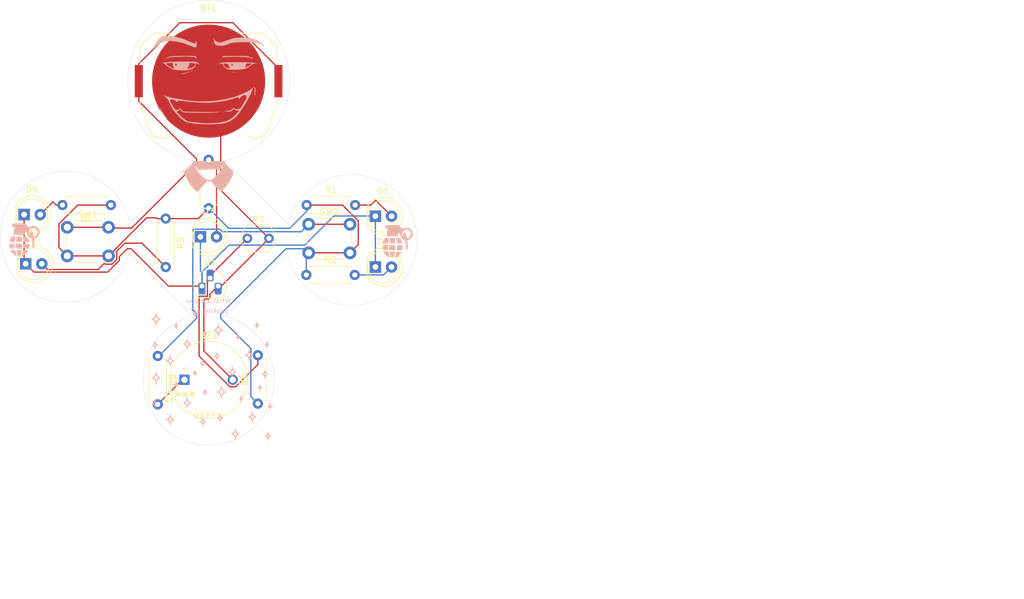
<source format=kicad_pcb>
(kicad_pcb (version 20241229) (generator "pcbnew") (generator_version "9.0")
  (layers (0 "F.Cu" signal) (2 "B.Cu" signal) (13 "F.Paste" user) (15 "B.Paste" user) (5 "F.SilkS" user "F.Silkscreen") (7 "B.SilkS" user "B.Silkscreen") (1 "F.Mask" user) (3 "B.Mask" user) (25 "Edge.Cuts" user))
  (net 0 "")
  (net 1 "Net-(BT1-+)")
  (net 2 "Net-(BT1--)")
  (net 3 "Net-(BZ1-+)")
  (net 4 "Net-(D1-A)")
  (net 5 "Net-(D1-K)")
  (net 6 "Net-(D2-A)")
  (net 7 "Net-(D3-A)")
  (net 8 "Net-(D4-A)")
  (net 9 "Net-(D5-A)")
  (net 10 "Net-(Q1-B)")
  (net 11 "Net-(R1-Pad1)")
  (net 12 "Net-(R8-Pad1)")
  (footprint "Package_TO_SOT_THT:TO-92L_HandSolder" (layer "F.Cu") (at 151.46 119.75)
    (property "Reference" "Q1" (at 1.27 -3.8 0) (layer "F.SilkS"))
    (property "Value" "NPN")
    (pad "1" thru_hole rect (at 0 0) (size 1.1 1.8) (drill 0.75 (offset 0 0.4)) (layers "*.Cu" "*.Mask") (net 5 "Net-(D1-K)"))
    (pad "2" thru_hole roundrect (at 1.27 -1.27) (size 1.1 1.8) (drill 0.75 (offset 0 -0.4)) (layers "*.Cu" "*.Mask") (net 10 "Net-(Q1-B)"))
    (pad "3" thru_hole roundrect (at 2.54 0) (size 1.1 1.8) (drill 0.75 (offset 0 0.4)) (layers "*.Cu" "*.Mask") (net 2 "Net-(BT1--)"))
  )
  (footprint "LED_THT:LED_D5.0mm" (layer "F.Cu") (at 151.21 112)
    (property "Reference" "D3" (at 1.27 -3.96 0) (layer "F.SilkS"))
    (property "Value" "LED")
    (pad "1" thru_hole rect (at 0 0) (size 1.8 1.8) (drill 0.9) (layers "*.Cu" "*.Mask") (net 5 "Net-(D1-K)"))
    (pad "2" thru_hole circle (at 2.54 0) (size 1.8 1.8) (drill 0.9) (layers "*.Cu" "*.Mask") (net 7 "Net-(D3-A)"))
  )
  (footprint "Resistor_THT:R_Axial_DIN0207_L6.3mm_D2.5mm_P7.62mm_Horizontal" (layer "F.Cu") (at 167.88 118)
    (property "Reference" "R2" (at 3.81 -2.37 0) (layer "F.SilkS"))
    (property "Value" "R")
    (pad "1" thru_hole circle (at 0 0) (size 1.6 1.6) (drill 0.8) (layers "*.Cu" "*.Mask") (net 11 "Net-(R1-Pad1)"))
    (pad "2" thru_hole circle (at 7.62 0) (size 1.6 1.6) (drill 0.8) (layers "*.Cu" "*.Mask") (net 6 "Net-(D2-A)"))
  )
  (footprint "Resistor_THT:R_Axial_DIN0207_L6.3mm_D2.5mm_P7.62mm_Horizontal" (layer "F.Cu") (at 160.25 138.25 90)
    (property "Reference" "R6" (at 3.81 -2.37 90) (layer "F.SilkS"))
    (property "Value" "R")
    (pad "1" thru_hole circle (at 0 0 90) (size 1.6 1.6) (drill 0.8) (layers "*.Cu" "*.Mask") (net 11 "Net-(R1-Pad1)"))
    (pad "2" thru_hole circle (at 7.62 0 90) (size 1.6 1.6) (drill 0.8) (layers "*.Cu" "*.Mask") (net 10 "Net-(Q1-B)"))
  )
  (footprint "MountingHole:MountingHole_2.1mm" (layer "F.Cu") (at 152.25 143.25)
    (property "Reference" "REF**" (at 0 -3.05 0) (layer "F.SilkS"))
    (property "Value" "MountingHole_2.1mm")
    (pad "" np_thru_hole circle (at 0 0) (size 2.1 2.1) (drill 2.1) (layers "*.Cu" "*.Mask"))
  )
  (footprint "LED_THT:LED_D5.0mm" (layer "F.Cu") (at 178.75 116.75)
    (property "Reference" "D2" (at 1.27 -3.96 0) (layer "F.SilkS"))
    (property "Value" "LED")
    (pad "1" thru_hole rect (at 0 0) (size 1.8 1.8) (drill 0.9) (layers "*.Cu" "*.Mask") (net 5 "Net-(D1-K)"))
    (pad "2" thru_hole circle (at 2.54 0) (size 1.8 1.8) (drill 0.9) (layers "*.Cu" "*.Mask") (net 6 "Net-(D2-A)"))
  )
  (footprint "Resistor_THT:R_Axial_DIN0207_L6.3mm_D2.5mm_P7.62mm_Horizontal" (layer "F.Cu") (at 152.5 107.5 90)
    (property "Reference" "R3" (at 3.81 -2.37 90) (layer "F.SilkS"))
    (property "Value" "R")
    (pad "1" thru_hole circle (at 0 0 90) (size 1.6 1.6) (drill 0.8) (layers "*.Cu" "*.Mask") (net 11 "Net-(R1-Pad1)"))
    (pad "2" thru_hole circle (at 7.62 0 90) (size 1.6 1.6) (drill 0.8) (layers "*.Cu" "*.Mask") (net 7 "Net-(D3-A)"))
  )
  (footprint "Resistor_THT:R_Axial_DIN0207_L6.3mm_D2.5mm_P7.62mm_Horizontal" (layer "F.Cu") (at 145.75 109.13 -90)
    (property "Reference" "R5" (at 3.81 -2.37 90) (layer "F.SilkS"))
    (property "Value" "R")
    (pad "1" thru_hole circle (at 0 0 270) (size 1.6 1.6) (drill 0.8) (layers "*.Cu" "*.Mask") (net 11 "Net-(R1-Pad1)"))
    (pad "2" thru_hole circle (at 7.62 0 270) (size 1.6 1.6) (drill 0.8) (layers "*.Cu" "*.Mask") (net 9 "Net-(D5-A)"))
  )
  (footprint "Resistor_THT:R_Axial_DIN0207_L6.3mm_D2.5mm_P7.62mm_Horizontal" (layer "F.Cu") (at 144.5 130.75 -90)
    (property "Reference" "R8" (at 3.81 -2.37 90) (layer "F.SilkS"))
    (property "Value" "R")
    (pad "1" thru_hole circle (at 0 0 270) (size 1.6 1.6) (drill 0.8) (layers "*.Cu" "*.Mask") (net 12 "Net-(R8-Pad1)"))
    (pad "2" thru_hole circle (at 7.62 0 270) (size 1.6 1.6) (drill 0.8) (layers "*.Cu" "*.Mask") (net 3 "Net-(BZ1-+)"))
  )
  (footprint "Battery:BatteryHolder_Keystone_3034_1x20mm" (layer "F.Cu") (at 152.5 87.5)
    (property "Reference" "BT1" (at 0 -11.5 0) (layer "F.SilkS"))
    (property "Value" "Battery_Cell")
    (pad "1" smd rect (at -10.985 0) (size 1.27 5.08) (layers "F.Cu" "F.Mask" "F.Paste") (net 1 "Net-(BT1-+)"))
    (pad "1" smd rect (at 10.985 0) (size 1.27 5.08) (layers "F.Cu" "F.Mask" "F.Paste") (net 1 "Net-(BT1-+)"))
    (pad "2" smd circle (at 0 0) (size 17.8 17.8) (layers "F.Cu" "F.Mask") (net 2 "Net-(BT1--)"))
  )
  (footprint "LED_THT:LED_D5.0mm" (layer "F.Cu") (at 178.75 108.75)
    (property "Reference" "D1" (at 1.27 -3.96 0) (layer "F.SilkS"))
    (property "Value" "LED")
    (pad "1" thru_hole rect (at 0 0) (size 1.8 1.8) (drill 0.9) (layers "*.Cu" "*.Mask") (net 5 "Net-(D1-K)"))
    (pad "2" thru_hole circle (at 2.54 0) (size 1.8 1.8) (drill 0.9) (layers "*.Cu" "*.Mask") (net 4 "Net-(D1-A)"))
  )
  (footprint "OptoDevice:R_LDR_5.1x4.3mm_P3.4mm_Vertical" (layer "F.Cu") (at 158.6 112.25)
    (property "Reference" "R7" (at 1.7 -2.9 0) (layer "F.SilkS"))
    (property "Value" "LDR03")
    (pad "1" thru_hole circle (at 0 0) (size 1.5 1.5) (drill 0.8) (layers "*.Cu" "*.Mask") (net 10 "Net-(Q1-B)"))
    (pad "2" thru_hole circle (at 3.4 0) (size 1.5 1.5) (drill 0.8) (layers "*.Cu" "*.Mask") (net 2 "Net-(BT1--)"))
  )
  (footprint "LED_THT:LED_D5.0mm" (layer "F.Cu") (at 123.71 116.25)
    (property "Reference" "D5" (at 1.27 -3.96 0) (layer "F.SilkS"))
    (property "Value" "LED")
    (pad "1" thru_hole rect (at 0 0) (size 1.8 1.8) (drill 0.9) (layers "*.Cu" "*.Mask") (net 5 "Net-(D1-K)"))
    (pad "2" thru_hole circle (at 2.54 0) (size 1.8 1.8) (drill 0.9) (layers "*.Cu" "*.Mask") (net 9 "Net-(D5-A)"))
  )
  (footprint "LED_THT:LED_D5.0mm" (layer "F.Cu") (at 123.46 108.5)
    (property "Reference" "D4" (at 1.27 -3.96 0) (layer "F.SilkS"))
    (property "Value" "LED")
    (pad "1" thru_hole rect (at 0 0) (size 1.8 1.8) (drill 0.9) (layers "*.Cu" "*.Mask") (net 5 "Net-(D1-K)"))
    (pad "2" thru_hole circle (at 2.54 0) (size 1.8 1.8) (drill 0.9) (layers "*.Cu" "*.Mask") (net 8 "Net-(D4-A)"))
  )
  (footprint "Buzzer_Beeper:MagneticBuzzer_ProSignal_ABI-009-RC" (layer "F.Cu") (at 148.7 134.5)
    (property "Reference" "BZ1" (at 3.8 -7 0) (layer "F.SilkS"))
    (property "Value" "Buzzer")
    (fp_text user "+" (at 0 -1.8 0) (layer "F.SilkS"))
    (pad "1" thru_hole rect (at 0 0) (size 1.6 1.6) (drill 1) (layers "*.Cu" "*.Mask") (net 3 "Net-(BZ1-+)"))
    (pad "2" thru_hole circle (at 7.6 0) (size 1.6 1.6) (drill 1) (layers "*.Cu" "*.Mask") (net 2 "Net-(BT1--)"))
  )
  (footprint "Resistor_THT:R_Axial_DIN0207_L6.3mm_D2.5mm_P7.62mm_Horizontal" (layer "F.Cu") (at 137.12 107 180)
    (property "Reference" "R4" (at 3.81 -2.37 0) (layer "F.SilkS"))
    (property "Value" "R")
    (pad "1" thru_hole circle (at 0 0 180) (size 1.6 1.6) (drill 0.8) (layers "*.Cu" "*.Mask") (net 11 "Net-(R1-Pad1)"))
    (pad "2" thru_hole circle (at 7.62 0 180) (size 1.6 1.6) (drill 0.8) (layers "*.Cu" "*.Mask") (net 8 "Net-(D4-A)"))
  )
  (footprint "Button_Switch_THT:SW_PUSH_6mm" (layer "F.Cu") (at 168.25 110.021519)
    (property "Reference" "SW2" (at 3.25 -2 0) (layer "F.SilkS"))
    (property "Value" "SW_Push")
    (pad "1" thru_hole circle (at 0 0 90) (size 2 2) (drill 1.1) (layers "*.Cu" "*.Mask") (net 12 "Net-(R8-Pad1)"))
    (pad "1" thru_hole circle (at 6.5 0 90) (size 2 2) (drill 1.1) (layers "*.Cu" "*.Mask") (net 12 "Net-(R8-Pad1)"))
    (pad "2" thru_hole circle (at 0 4.5 90) (size 2 2) (drill 1.1) (layers "*.Cu" "*.Mask") (net 11 "Net-(R1-Pad1)"))
    (pad "2" thru_hole circle (at 6.5 4.5 90) (size 2 2) (drill 1.1) (layers "*.Cu" "*.Mask") (net 11 "Net-(R1-Pad1)"))
  )
  (footprint "Button_Switch_THT:SW_PUSH_6mm" (layer "F.Cu") (at 130.25 110.5)
    (property "Reference" "SW1" (at 3.25 -2 0) (layer "F.SilkS"))
    (property "Value" "SW_Push")
    (pad "1" thru_hole circle (at 0 0 90) (size 2 2) (drill 1.1) (layers "*.Cu" "*.Mask") (net 1 "Net-(BT1-+)"))
    (pad "1" thru_hole circle (at 6.5 0 90) (size 2 2) (drill 1.1) (layers "*.Cu" "*.Mask") (net 1 "Net-(BT1-+)"))
    (pad "2" thru_hole circle (at 0 4.5 90) (size 2 2) (drill 1.1) (layers "*.Cu" "*.Mask") (net 11 "Net-(R1-Pad1)"))
    (pad "2" thru_hole circle (at 6.5 4.5 90) (size 2 2) (drill 1.1) (layers "*.Cu" "*.Mask") (net 11 "Net-(R1-Pad1)"))
  )
  (footprint "Resistor_THT:R_Axial_DIN0207_L6.3mm_D2.5mm_P7.62mm_Horizontal" (layer "F.Cu") (at 167.94 107)
    (property "Reference" "R1" (at 3.81 -2.37 0) (layer "F.SilkS"))
    (property "Value" "R")
    (pad "1" thru_hole circle (at 0 0) (size 1.6 1.6) (drill 0.8) (layers "*.Cu" "*.Mask") (net 11 "Net-(R1-Pad1)"))
    (pad "2" thru_hole circle (at 7.62 0) (size 1.6 1.6) (drill 0.8) (layers "*.Cu" "*.Mask") (net 4 "Net-(D1-A)"))
  )
  (footprint "LOGO" (layer "B.Cu") (at 152.5 86.5 180)
    (property "Reference" "G***" (hide yes))
    (property "Value" "LOGO" (hide yes))
  )
  (footprint "LOGO" (layer "B.Cu") (at 148 128 180)
    (property "Reference" "G***" (hide yes))
    (property "Value" "LOGO" (hide yes))
  )
  (footprint "LOGO" (layer "B.Cu") (at 148 137.25 180)
    (property "Reference" "G***" (at 0 0 -0) (layer "F.SilkS") (effects (font (size 1.5 1.5) (thickness 0.3))))
    (property "Value" "LOGO" (hide yes))
  )
  (footprint "LOGO" (layer "B.Cu") (at 152.5 122 180)
    (property "Reference" "G***" (hide yes))
    (property "Value" "LOGO" (hide yes))
  )
  (footprint "LOGO" (layer "B.Cu") (at 182.25 112.75 180)
    (property "Reference" "G***" (hide yes))
    (property "Value" "LOGO" (hide yes))
  )
  (footprint "LOGO" (layer "B.Cu") (at 152.5 102.5 180)
    (property "Reference" "G***" (hide yes))
    (property "Value" "LOGO" (hide yes))
  )
  (footprint "LOGO" (layer "B.Cu") (at 123.5 112.5 180)
    (property "Reference" "G***" (hide yes))
    (property "Value" "LOGO" (hide yes))
  )
  (footprint "LOGO" (layer "B.Cu") (at 158.25 139.5 180)
    (property "Reference" "G***" (hide yes))
    (property "Value" "LOGO" (hide yes))
  )
  (footprint "LOGO" (layer "B.Cu") (at 157.75 129.75 180)
    (property "Reference" "G***" (hide yes))
    (property "Value" "LOGO" (hide yes))
  )
  (gr_line (start 150 99.999999) (end 140.107594 109.978481) (stroke (width 0.05)) (layer "Edge.Cuts"))
  (gr_arc (start 150 100) (mid 152.5 74.752451) (end 155 100) (stroke (width 0.05)) (layer "Edge.Cuts"))
  (gr_line (start 164.892406 114.521519) (end 155 124.5) (stroke (width 0.05)) (layer "Edge.Cuts"))
  (gr_line (start 165.000001 110) (end 155 99.999999) (stroke (width 0.05)) (layer "Edge.Cuts"))
  (gr_line (start 140 114.5) (end 150.000001 124.5) (stroke (width 0.05)) (layer "Edge.Cuts"))
  (gr_arc (start 155 124.5) (mid 152.5 144.807764) (end 150 124.5) (stroke (width 0.05)) (layer "Edge.Cuts"))
  (gr_arc (start 140 114.5) (mid 119.695153 111.754786) (end 140.107594 109.978481) (stroke (width 0.05)) (layer "Edge.Cuts"))
  (gr_arc (start 165 110) (mid 185.304847 112.745214) (end 164.892406 114.521519) (stroke (width 0.05)) (layer "Edge.Cuts"))
  (segment (start 150.602072 99.750612) (end 150.602072 100.396618) (width 0.2) (layer "F.Cu") (net 1))
  (segment (start 141.515 84.76) (end 147.976 78.299) (width 0.2) (layer "F.Cu") (net 1))
  (segment (start 141.515 90.66354) (end 150.602072 99.750612) (width 0.2) (layer "F.Cu") (net 1))
  (segment (start 130.25 110.5) (end 136.75 110.5) (width 0.2) (layer "F.Cu") (net 1))
  (segment (start 140.374893 110.623797) (end 136.873797 110.623797) (width 0.2) (layer "F.Cu") (net 1))
  (segment (start 141.515 87.5) (end 141.515 84.76) (width 0.2) (layer "F.Cu") (net 1))
  (segment (start 163.485 85.472821) (end 163.485 87.5) (width 0.2) (layer "F.Cu") (net 1))
  (segment (start 141.515 87.5) (end 141.515 90.66354) (width 0.2) (layer "F.Cu") (net 1))
  (segment (start 147.976 78.299) (end 156.311179 78.299) (width 0.2) (layer "F.Cu") (net 1))
  (segment (start 156.311179 78.299) (end 163.485 85.472821) (width 0.2) (layer "F.Cu") (net 1))
  (segment (start 136.873797 110.623797) (end 136.75 110.5) (width 0.2) (layer "F.Cu") (net 1))
  (segment (start 150.602072 100.396618) (end 140.374893 110.623797) (width 0.2) (layer "F.Cu") (net 1))
  (segment (start 151.75 122) (end 151.75 129.95) (width 0.2) (layer "F.Cu") (net 2))
  (segment (start 162 112.25) (end 154.5 119.75) (width 0.2) (layer "F.Cu") (net 2))
  (segment (start 154.5 119.75) (end 154 119.75) (width 0.2) (layer "F.Cu") (net 2))
  (segment (start 152.712 121.5171) (end 152.4771 121.752) (width 0.2) (layer "F.Cu") (net 2))
  (segment (start 151.998 121.752) (end 151.75 122) (width 0.2) (layer "F.Cu") (net 2))
  (segment (start 154.399 89.399) (end 154.399 104.649) (width 0.2) (layer "F.Cu") (net 2))
  (segment (start 152.5 87.5) (end 154.399 89.399) (width 0.2) (layer "F.Cu") (net 2))
  (segment (start 154 119.75) (end 152.712 121.038) (width 0.2) (layer "F.Cu") (net 2))
  (segment (start 152.712 121.038) (end 152.712 121.5171) (width 0.2) (layer "F.Cu") (net 2))
  (segment (start 152.4771 121.752) (end 151.998 121.752) (width 0.2) (layer "F.Cu") (net 2))
  (segment (start 151.75 129.95) (end 156.3 134.5) (width 0.2) (layer "F.Cu") (net 2))
  (segment (start 154.399 104.649) (end 162 112.25) (width 0.2) (layer "F.Cu") (net 2))
  (segment (start 148.7 134.5) (end 148.37 134.5) (width 0.2) (layer "F.Cu") (net 3))
  (segment (start 148.37 134.5) (end 144.5 138.37) (width 0.2) (layer "F.Cu") (net 3))
  (segment (start 178.79 106.25) (end 178.04 107) (width 0.2) (layer "F.Cu") (net 4))
  (segment (start 178.04 107) (end 175.56 107) (width 0.2) (layer "F.Cu") (net 4))
  (segment (start 181.29 108.75) (end 178.79 106.25) (width 0.2) (layer "F.Cu") (net 4))
  (segment (start 146.169488 119.75) (end 140.287419 113.867931) (width 0.2) (layer "F.Cu") (net 5))
  (segment (start 139.712581 113.867931) (end 138.452 115.128512) (width 0.2) (layer "F.Cu") (net 5))
  (segment (start 138.452 115.704992) (end 136.605992 117.551) (width 0.2) (layer "F.Cu") (net 5))
  (segment (start 151.46 119.75) (end 146.169488 119.75) (width 0.2) (layer "F.Cu") (net 5))
  (segment (start 136.605992 117.551) (end 125.011 117.551) (width 0.2) (layer "F.Cu") (net 5))
  (segment (start 125.011 117.551) (end 123.71 116.25) (width 0.2) (layer "F.Cu") (net 5))
  (segment (start 123.46 108.5) (end 123.46 116) (width 0.2) (layer "F.Cu") (net 5))
  (segment (start 123.46 116) (end 123.71 116.25) (width 0.2) (layer "F.Cu") (net 5))
  (segment (start 140.287419 113.867931) (end 139.712581 113.867931) (width 0.2) (layer "F.Cu") (net 5))
  (segment (start 138.452 115.128512) (end 138.452 115.704992) (width 0.2) (layer "F.Cu") (net 5))
  (segment (start 151.46 117.627794) (end 151.21 117.377794) (width 0.2) (layer "B.Cu") (net 5))
  (segment (start 178.720519 108.720519) (end 178.75 108.75) (width 0.2) (layer "B.Cu") (net 5))
  (segment (start 151.46 119.75) (end 151.46 117.54) (width 0.2) (layer "B.Cu") (net 5))
  (segment (start 167.630627 113.301) (end 172.211108 108.720519) (width 0.2) (layer "B.Cu") (net 5))
  (segment (start 151.46 117.54) (end 155.699 113.301) (width 0.2) (layer "B.Cu") (net 5))
  (segment (start 155.699 113.301) (end 167.630627 113.301) (width 0.2) (layer "B.Cu") (net 5))
  (segment (start 151.21 117.377794) (end 151.21 112) (width 0.2) (layer "B.Cu") (net 5))
  (segment (start 172.211108 108.720519) (end 178.720519 108.720519) (width 0.2) (layer "B.Cu") (net 5))
  (segment (start 151.46 119.75) (end 151.46 117.627794) (width 0.2) (layer "B.Cu") (net 5))
  (segment (start 178.75 116.75) (end 178.75 108.75) (width 0.2) (layer "B.Cu") (net 5))
  (segment (start 181.29 116.75) (end 180.04 118) (width 0.2) (layer "B.Cu") (net 6))
  (segment (start 180.04 118) (end 175.5 118) (width 0.2) (layer "B.Cu") (net 6))
  (segment (start 153.75 101.13) (end 153.75 112) (width 0.2) (layer "F.Cu") (net 7))
  (segment (start 152.5 99.88) (end 153.75 101.13) (width 0.2) (layer "F.Cu") (net 7))
  (segment (start 128.5 107) (end 129.5 107) (width 0.2) (layer "F.Cu") (net 8))
  (segment (start 128 106.5) (end 128.5 107) (width 0.2) (layer "F.Cu") (net 8))
  (segment (start 128 106.5) (end 126 108.5) (width 0.2) (layer "F.Cu") (net 8))
  (segment (start 127.15 117.15) (end 135.1 117.15) (width 0.2) (layer "F.Cu") (net 9))
  (segment (start 138.051 115.538892) (end 138.051 114.461108) (width 0.2) (layer "F.Cu") (net 9))
  (segment (start 137.288892 116.301) (end 138.051 115.538892) (width 0.2) (layer "F.Cu") (net 9))
  (segment (start 135.1 117.15) (end 136.080054 116.169946) (width 0.2) (layer "F.Cu") (net 9))
  (segment (start 139.3171 113) (end 142 113) (width 0.2) (layer "F.Cu") (net 9))
  (segment (start 142 113) (end 145.75 116.75) (width 0.2) (layer "F.Cu") (net 9))
  (segment (start 137.953496 114.363604) (end 139.3171 113) (width 0.2) (layer "F.Cu") (net 9))
  (segment (start 136.080054 116.169946) (end 136.211108 116.301) (width 0.2) (layer "F.Cu") (net 9))
  (segment (start 136.211108 116.301) (end 137.288892 116.301) (width 0.2) (layer "F.Cu") (net 9))
  (segment (start 138.051 114.461108) (end 137.953496 114.363604) (width 0.2) (layer "F.Cu") (net 9))
  (segment (start 126.25 116.25) (end 127.15 117.15) (width 0.2) (layer "F.Cu") (net 9))
  (segment (start 155.84395 135.601) (end 156.75605 135.601) (width 0.2) (layer "F.Cu") (net 10))
  (segment (start 151 121.351) (end 151 130.75705) (width 0.2) (layer "F.Cu") (net 10))
  (segment (start 152.73 118.12) (end 152.73 118.48) (width 0.2) (layer "F.Cu") (net 10))
  (segment (start 152.311 121.351) (end 151 121.351) (width 0.2) (layer "F.Cu") (net 10))
  (segment (start 152.73 118.48) (end 152.261 118.949) (width 0.2) (layer "F.Cu") (net 10))
  (segment (start 160.25 132.10705) (end 160.25 130.63) (width 0.2) (layer "F.Cu") (net 10))
  (segment (start 158.6 112.25) (end 152.73 118.12) (width 0.2) (layer "F.Cu") (net 10))
  (segment (start 156.75605 135.601) (end 160.25 132.10705) (width 0.2) (layer "F.Cu") (net 10))
  (segment (start 151 130.75705) (end 155.84395 135.601) (width 0.2) (layer "F.Cu") (net 10))
  (segment (start 152.311 118.949) (end 152.311 121.351) (width 0.2) (layer "F.Cu") (net 10))
  (segment (start 152.261 118.949) (end 152.311 118.949) (width 0.2) (layer "F.Cu") (net 10))
  (segment (start 144.38 109.13) (end 145.75 109.13) (width 0.2) (layer "F.Cu") (net 11))
  (segment (start 128.949 109.961108) (end 131.910108 107) (width 0.2) (layer "F.Cu") (net 11))
  (segment (start 176.051 113.220519) (end 176.051 109.482627) (width 0.2) (layer "F.Cu") (net 11))
  (segment (start 144.25 109) (end 144.38 109.13) (width 0.2) (layer "F.Cu") (net 11))
  (segment (start 174.75 114.521519) (end 176.051 113.220519) (width 0.2) (layer "F.Cu") (net 11))
  (segment (start 128.949 113.699) (end 128.949 109.961108) (width 0.2) (layer "F.Cu") (net 11))
  (segment (start 168.13 114.641519) (end 168.25 114.521519) (width 0.2) (layer "F.Cu") (net 11))
  (segment (start 136.75 115) (end 130.25 115) (width 0.2) (layer "F.Cu") (net 11))
  (segment (start 150.87 109.13) (end 152.5 107.5) (width 0.2) (layer "F.Cu") (net 11))
  (segment (start 174.75 114.521519) (end 168.25 114.521519) (width 0.2) (layer "F.Cu") (net 11))
  (segment (start 176.051 109.482627) (end 173.568373 107) (width 0.2) (layer "F.Cu") (net 11))
  (segment (start 173.568373 107) (end 167.94 107) (width 0.2) (layer "F.Cu") (net 11))
  (segment (start 142.75 109) (end 144.25 109) (width 0.2) (layer "F.Cu") (net 11))
  (segment (start 145.75 109.13) (end 150.87 109.13) (width 0.2) (layer "F.Cu") (net 11))
  (segment (start 131.910108 107) (end 137.12 107) (width 0.2) (layer "F.Cu") (net 11))
  (segment (start 136.75 115) (end 142.75 109) (width 0.2) (layer "F.Cu") (net 11))
  (segment (start 130.25 115) (end 128.949 113.699) (width 0.2) (layer "F.Cu") (net 11))
  (segment (start 159.149 129.568485) (end 159.149 137.149) (width 0.2) (layer "B.Cu") (net 11))
  (segment (start 152.5 107.5) (end 155.650176 110.650176) (width 0.2) (layer "B.Cu") (net 11))
  (segment (start 167.88 118) (end 167.88 114.891519) (width 0.2) (layer "B.Cu") (net 11))
  (segment (start 154.397928 124.817413) (end 159.149 129.568485) (width 0.2) (layer "B.Cu") (net 11))
  (segment (start 159.149 137.149) (end 160.25 138.25) (width 0.2) (layer "B.Cu") (net 11))
  (segment (start 164.686263 113.876203) (end 154.397928 124.164538) (width 0.2) (layer "B.Cu") (net 11))
  (segment (start 155.650176 110.650176) (end 165.269312 110.650176) (width 0.2) (layer "B.Cu") (net 11))
  (segment (start 167.604684 113.876203) (end 164.686263 113.876203) (width 0.2) (layer "B.Cu") (net 11))
  (segment (start 165.269312 110.650176) (end 167.94 107.979488) (width 0.2) (layer "B.Cu") (net 11))
  (segment (start 167.88 114.891519) (end 168.25 114.521519) (width 0.2) (layer "B.Cu") (net 11))
  (segment (start 168.25 114.521519) (end 167.604684 113.876203) (width 0.2) (layer "B.Cu") (net 11))
  (segment (start 167.94 107) (end 167.94 107.979488) (width 0.2) (layer "B.Cu") (net 11))
  (segment (start 154.397928 124.164538) (end 154.397928 124.817413) (width 0.2) (layer "B.Cu") (net 11))
  (segment (start 174.75 110.021519) (end 168.25 110.021519) (width 0.2) (layer "F.Cu") (net 12))
  (segment (start 154.647471 111.199) (end 154.247471 110.799) (width 0.2) (layer "B.Cu") (net 12))
  (segment (start 150.63208 124.787405) (end 144.669485 130.75) (width 0.2) (layer "B.Cu") (net 12))
  (segment (start 150.009 110.799) (end 150.009 123.509) (width 0.2) (layer "B.Cu") (net 12))
  (segment (start 150.63208 124.13208) (end 150.63208 124.787405) (width 0.2) (layer "B.Cu") (net 12))
  (segment (start 154.247471 110.799) (end 150.009 110.799) (width 0.2) (layer "B.Cu") (net 12))
  (segment (start 150.009 123.509) (end 150.63208 124.13208) (width 0.2) (layer "B.Cu") (net 12))
  (segment (start 167.072519 111.199) (end 154.647471 111.199) (width 0.2) (layer "B.Cu") (net 12))
  (segment (start 144.669485 130.75) (end 144.5 130.75) (width 0.2) (layer "B.Cu") (net 12))
  (segment (start 168.25 110.021519) (end 167.072519 111.199) (width 0.2) (layer "B.Cu") (net 12))
)
</source>
